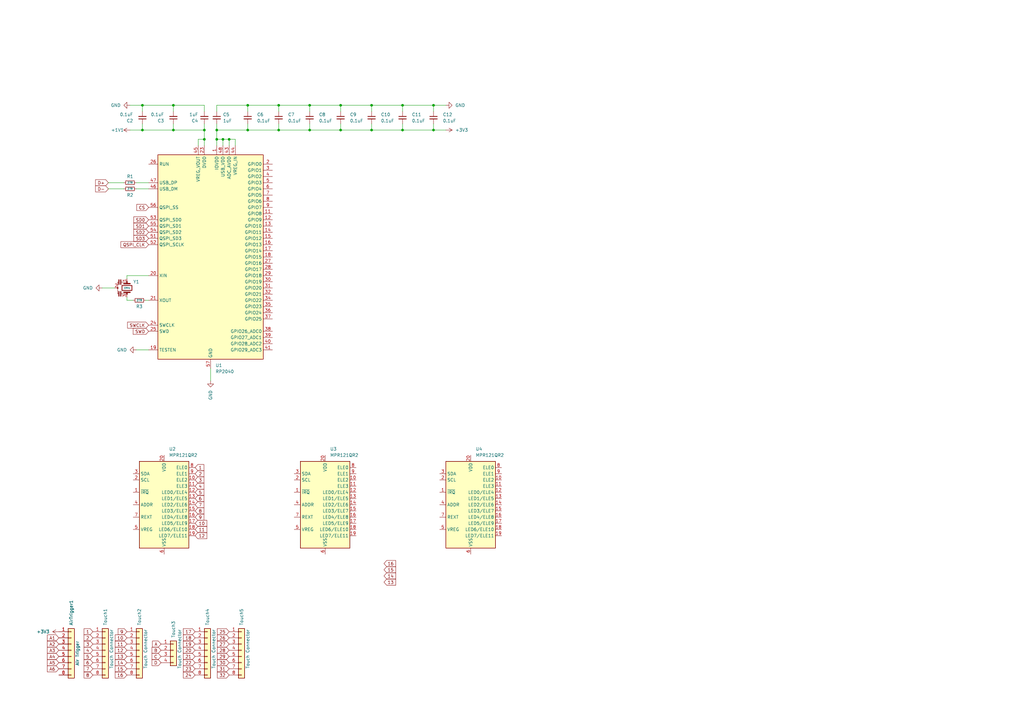
<source format=kicad_sch>
(kicad_sch (version 20211123) (generator eeschema)
  (paper "A3")
  (lib_symbols
    (symbol "Connector_Generic:Conn_01x04" (pin_names (offset 1.016) hide)
      (property "Reference" "J" (at 0 5.08 0))
      (property "Value" "Conn_01x04" (at 0 -7.62 0))
      (symbol "Conn_01x04_1_1"
        (rectangle (start -1.27 -4.953) (end 0 -5.207) (stroke (width 0.1524)))
        (rectangle (start -1.27 -2.413) (end 0 -2.667) (stroke (width 0.1524)))
        (rectangle (start -1.27 0.127) (end 0 -0.127) (stroke (width 0.1524)))
        (rectangle (start -1.27 2.667) (end 0 2.413) (stroke (width 0.1524)))
        (rectangle (start -1.27 3.81) (end 1.27 -6.35) (stroke (width 0.254)) (fill (type background)))
        (pin passive line (at -5.08 2.54 0) (length 3.81) (name "Pin_1") (number "1"))
        (pin passive line (at -5.08 0 0) (length 3.81) (name "Pin_2") (number "2"))
        (pin passive line (at -5.08 -2.54 0) (length 3.81) (name "Pin_3") (number "3"))
        (pin passive line (at -5.08 -5.08 0) (length 3.81) (name "Pin_4") (number "4"))
      )
    )
    (symbol "Connector_Generic:Conn_01x08" (pin_names (offset 1.016) hide)
      (property "Reference" "J" (at 0 10.16 0))
      (property "Value" "Conn_01x08" (at 0 -12.7 0))
      (symbol "Conn_01x08_1_1"
        (rectangle (start -1.27 -10.033) (end 0 -10.287) (stroke (width 0.1524)))
        (rectangle (start -1.27 -7.493) (end 0 -7.747) (stroke (width 0.1524)))
        (rectangle (start -1.27 -4.953) (end 0 -5.207) (stroke (width 0.1524)))
        (rectangle (start -1.27 -2.413) (end 0 -2.667) (stroke (width 0.1524)))
        (rectangle (start -1.27 0.127) (end 0 -0.127) (stroke (width 0.1524)))
        (rectangle (start -1.27 2.667) (end 0 2.413) (stroke (width 0.1524)))
        (rectangle (start -1.27 5.207) (end 0 4.953) (stroke (width 0.1524)))
        (rectangle (start -1.27 7.747) (end 0 7.493) (stroke (width 0.1524)))
        (rectangle (start -1.27 8.89) (end 1.27 -11.43) (stroke (width 0.254)) (fill (type background)))
        (pin passive line (at -5.08 7.62 0) (length 3.81) (name "Pin_1") (number "1"))
        (pin passive line (at -5.08 5.08 0) (length 3.81) (name "Pin_2") (number "2"))
        (pin passive line (at -5.08 2.54 0) (length 3.81) (name "Pin_3") (number "3"))
        (pin passive line (at -5.08 0 0) (length 3.81) (name "Pin_4") (number "4"))
        (pin passive line (at -5.08 -2.54 0) (length 3.81) (name "Pin_5") (number "5"))
        (pin passive line (at -5.08 -5.08 0) (length 3.81) (name "Pin_6") (number "6"))
        (pin passive line (at -5.08 -7.62 0) (length 3.81) (name "Pin_7") (number "7"))
        (pin passive line (at -5.08 -10.16 0) (length 3.81) (name "Pin_8") (number "8"))
      )
    )
    (symbol "Device:C_Small" (pin_numbers hide) (pin_names (offset 0.254) hide)
      (property "Reference" "C" (at 0.254 1.778 0))
      (property "Value" "C_Small" (at 0.254 -2.032 0))
      (symbol "C_Small_0_1"
        (polyline (pts (xy -1.524 -0.508) (xy 1.524 -0.508)) (stroke (width 0.3302)))
        (polyline (pts (xy -1.524 0.508) (xy 1.524 0.508)) (stroke (width 0.3048)))
      )
      (symbol "C_Small_1_1"
        (pin passive line (at 0 2.54 270) (length 2.032) (name "~") (number "1"))
        (pin passive line (at 0 -2.54 90) (length 2.032) (name "~") (number "2"))
      )
    )
    (symbol "Device:R_Small" (pin_numbers hide) (pin_names (offset 0.254) hide)
      (property "Reference" "R" (at 0.762 0.508 0))
      (property "Value" "R_Small" (at 0.762 -1.016 0))
      (symbol "R_Small_0_1"
        (rectangle (start -0.762 1.778) (end 0.762 -1.778) (stroke (width 0.2032)))
      )
      (symbol "R_Small_1_1"
        (pin passive line (at 0 2.54 270) (length 0.762) (name "~") (number "1"))
        (pin passive line (at 0 -2.54 90) (length 0.762) (name "~") (number "2"))
      )
    )
    (symbol "Device:Resonator" (pin_names (offset 1.016) hide)
      (property "Reference" "Y" (at 0 5.715 0))
      (property "Value" "Resonator" (at 0 3.81 0))
      (symbol "Resonator_0_1"
        (rectangle (start -3.429 -3.175) (end -1.397 -3.429) (fill (type outline)))
        (rectangle (start -3.429 -2.413) (end -1.397 -2.667) (fill (type outline)))
        (circle (center -2.413 0) (radius 0.254) (fill (type outline)))
        (rectangle (start -1.016 2.032) (end 1.016 -2.032) (stroke (width 0.3048)))
        (circle (center 0 -3.81) (radius 0.254) (fill (type outline)))
        (polyline (pts (xy -2.413 -2.413) (xy -2.413 0)))
        (polyline (pts (xy -1.905 0) (xy -3.175 0)))
        (polyline (pts (xy -1.778 -1.27) (xy -1.778 1.27)) (stroke (width 0.508)))
        (polyline (pts (xy 1.778 -1.27) (xy 1.778 1.27)) (stroke (width 0.508)))
        (polyline (pts (xy 1.905 0) (xy 2.54 0)))
        (polyline (pts (xy 2.413 0) (xy 2.413 -2.54)))
        (polyline (pts (xy 2.413 -3.302) (xy 2.413 -3.81) (xy -2.413 -3.81) (xy -2.413 -3.302)))
        (rectangle (start 1.397 -3.175) (end 3.429 -3.429) (fill (type outline)))
        (rectangle (start 1.397 -2.413) (end 3.429 -2.667) (fill (type outline)))
        (circle (center 2.413 0) (radius 0.254) (fill (type outline)))
      )
      (symbol "Resonator_1_1"
        (pin passive line (at -3.81 0 0) (length 1.27) (name "1") (number "1"))
        (pin passive line (at 0 -5.08 90) (length 1.27) (name "2") (number "2"))
        (pin passive line (at 3.81 0 180) (length 1.27) (name "3") (number "3"))
      )
    )
    (symbol "MCU_RaspberryPi:RP2040"
      (property "Reference" "U" (at 17.78 45.72 0))
      (property "Value" "RP2040" (at 17.78 43.18 0))
      (symbol "RP2040_0_1"
        (rectangle (start -21.59 41.91) (end 21.59 -41.91) (stroke (width 0.254)) (fill (type background)))
      )
      (symbol "RP2040_1_1"
        (pin power_in line (at 2.54 45.72 270) (length 3.81) (name "IOVDD") (number "1"))
        (pin passive line (at 2.54 45.72 270) (length 3.81) hide (name "IOVDD") (number "10"))
        (pin bidirectional line (at 25.4 17.78 180) (length 3.81) (name "GPIO8") (number "11"))
        (pin bidirectional line (at 25.4 15.24 180) (length 3.81) (name "GPIO9") (number "12"))
        (pin bidirectional line (at 25.4 12.7 180) (length 3.81) (name "GPIO10") (number "13"))
        (pin bidirectional line (at 25.4 10.16 180) (length 3.81) (name "GPIO11") (number "14"))
        (pin bidirectional line (at 25.4 7.62 180) (length 3.81) (name "GPIO12") (number "15"))
        (pin bidirectional line (at 25.4 5.08 180) (length 3.81) (name "GPIO13") (number "16"))
        (pin bidirectional line (at 25.4 2.54 180) (length 3.81) (name "GPIO14") (number "17"))
        (pin bidirectional line (at 25.4 0 180) (length 3.81) (name "GPIO15") (number "18"))
        (pin input line (at -25.4 -38.1 0) (length 3.81) (name "TESTEN") (number "19"))
        (pin bidirectional line (at 25.4 38.1 180) (length 3.81) (name "GPIO0") (number "2"))
        (pin input line (at -25.4 -7.62 0) (length 3.81) (name "XIN") (number "20"))
        (pin passive line (at -25.4 -17.78 0) (length 3.81) (name "XOUT") (number "21"))
        (pin passive line (at 2.54 45.72 270) (length 3.81) hide (name "IOVDD") (number "22"))
        (pin power_in line (at -2.54 45.72 270) (length 3.81) (name "DVDD") (number "23"))
        (pin output line (at -25.4 -27.94 0) (length 3.81) (name "SWCLK") (number "24"))
        (pin bidirectional line (at -25.4 -30.48 0) (length 3.81) (name "SWD") (number "25"))
        (pin input line (at -25.4 38.1 0) (length 3.81) (name "RUN") (number "26"))
        (pin bidirectional line (at 25.4 -2.54 180) (length 3.81) (name "GPIO16") (number "27"))
        (pin bidirectional line (at 25.4 -5.08 180) (length 3.81) (name "GPIO17") (number "28"))
        (pin bidirectional line (at 25.4 -7.62 180) (length 3.81) (name "GPIO18") (number "29"))
        (pin bidirectional line (at 25.4 35.56 180) (length 3.81) (name "GPIO1") (number "3"))
        (pin bidirectional line (at 25.4 -10.16 180) (length 3.81) (name "GPIO19") (number "30"))
        (pin bidirectional line (at 25.4 -12.7 180) (length 3.81) (name "GPIO20") (number "31"))
        (pin bidirectional line (at 25.4 -15.24 180) (length 3.81) (name "GPIO21") (number "32"))
        (pin passive line (at 2.54 45.72 270) (length 3.81) hide (name "IOVDD") (number "33"))
        (pin bidirectional line (at 25.4 -17.78 180) (length 3.81) (name "GPIO22") (number "34"))
        (pin bidirectional line (at 25.4 -20.32 180) (length 3.81) (name "GPIO23") (number "35"))
        (pin bidirectional line (at 25.4 -22.86 180) (length 3.81) (name "GPIO24") (number "36"))
        (pin bidirectional line (at 25.4 -25.4 180) (length 3.81) (name "GPIO25") (number "37"))
        (pin bidirectional line (at 25.4 -30.48 180) (length 3.81) (name "GPIO26_ADC0") (number "38"))
        (pin bidirectional line (at 25.4 -33.02 180) (length 3.81) (name "GPIO27_ADC1") (number "39"))
        (pin bidirectional line (at 25.4 33.02 180) (length 3.81) (name "GPIO2") (number "4"))
        (pin bidirectional line (at 25.4 -35.56 180) (length 3.81) (name "GPIO28_ADC2") (number "40"))
        (pin bidirectional line (at 25.4 -38.1 180) (length 3.81) (name "GPIO29_ADC3") (number "41"))
        (pin passive line (at 2.54 45.72 270) (length 3.81) hide (name "IOVDD") (number "42"))
        (pin power_in line (at 7.62 45.72 270) (length 3.81) (name "ADC_AVDD") (number "43"))
        (pin power_in line (at 10.16 45.72 270) (length 3.81) (name "VREG_IN") (number "44"))
        (pin power_out line (at -5.08 45.72 270) (length 3.81) (name "VREG_VOUT") (number "45"))
        (pin bidirectional line (at -25.4 27.94 0) (length 3.81) (name "USB_DM") (number "46"))
        (pin bidirectional line (at -25.4 30.48 0) (length 3.81) (name "USB_DP") (number "47"))
        (pin power_in line (at 5.08 45.72 270) (length 3.81) (name "USB_VDD") (number "48"))
        (pin passive line (at 2.54 45.72 270) (length 3.81) hide (name "IOVDD") (number "49"))
        (pin bidirectional line (at 25.4 30.48 180) (length 3.81) (name "GPIO3") (number "5"))
        (pin passive line (at -2.54 45.72 270) (length 3.81) hide (name "DVDD") (number "50"))
        (pin bidirectional line (at -25.4 7.62 0) (length 3.81) (name "QSPI_SD3") (number "51"))
        (pin output line (at -25.4 5.08 0) (length 3.81) (name "QSPI_SCLK") (number "52"))
        (pin bidirectional line (at -25.4 15.24 0) (length 3.81) (name "QSPI_SD0") (number "53"))
        (pin bidirectional line (at -25.4 10.16 0) (length 3.81) (name "QSPI_SD2") (number "54"))
        (pin bidirectional line (at -25.4 12.7 0) (length 3.81) (name "QSPI_SD1") (number "55"))
        (pin bidirectional line (at -25.4 20.32 0) (length 3.81) (name "QSPI_SS") (number "56"))
        (pin power_in line (at 0 -45.72 90) (length 3.81) (name "GND") (number "57"))
        (pin bidirectional line (at 25.4 27.94 180) (length 3.81) (name "GPIO4") (number "6"))
        (pin bidirectional line (at 25.4 25.4 180) (length 3.81) (name "GPIO5") (number "7"))
        (pin bidirectional line (at 25.4 22.86 180) (length 3.81) (name "GPIO6") (number "8"))
        (pin bidirectional line (at 25.4 20.32 180) (length 3.81) (name "GPIO7") (number "9"))
      )
    )
    (symbol "Sensor_Touch:MPR121QR2"
      (property "Reference" "U" (at -10.16 19.05 0))
      (property "Value" "MPR121QR2" (at 6.35 19.05 0))
      (symbol "MPR121QR2_0_1"
        (rectangle (start -10.16 17.78) (end 10.16 -17.78) (stroke (width 0.254)) (fill (type background)))
      )
      (symbol "MPR121QR2_1_1"
        (pin open_collector line (at -12.7 5.08 0) (length 2.54) (name "~{IRQ}") (number "1"))
        (pin passive line (at 12.7 10.16 180) (length 2.54) (name "ELE2") (number "10"))
        (pin passive line (at 12.7 7.62 180) (length 2.54) (name "ELE3") (number "11"))
        (pin passive line (at 12.7 5.08 180) (length 2.54) (name "LED0/ELE4") (number "12"))
        (pin passive line (at 12.7 2.54 180) (length 2.54) (name "LED1/ELE5") (number "13"))
        (pin passive line (at 12.7 0 180) (length 2.54) (name "LED2/ELE6") (number "14"))
        (pin passive line (at 12.7 -2.54 180) (length 2.54) (name "LED3/ELE7") (number "15"))
        (pin passive line (at 12.7 -5.08 180) (length 2.54) (name "LED4/ELE8") (number "16"))
        (pin passive line (at 12.7 -7.62 180) (length 2.54) (name "LED5/ELE9") (number "17"))
        (pin passive line (at 12.7 -10.16 180) (length 2.54) (name "LED6/ELE10") (number "18"))
        (pin passive line (at 12.7 -12.7 180) (length 2.54) (name "LED7/ELE11") (number "19"))
        (pin input line (at -12.7 10.16 0) (length 2.54) (name "SCL") (number "2"))
        (pin power_in line (at 0 20.32 270) (length 2.54) (name "VDD") (number "20"))
        (pin bidirectional line (at -12.7 12.7 0) (length 2.54) (name "SDA") (number "3"))
        (pin input line (at -12.7 0 0) (length 2.54) (name "ADDR") (number "4"))
        (pin passive line (at -12.7 -10.16 0) (length 2.54) (name "VREG") (number "5"))
        (pin power_in line (at 0 -20.32 90) (length 2.54) (name "VSS") (number "6"))
        (pin passive line (at -12.7 -5.08 0) (length 2.54) (name "REXT") (number "7"))
        (pin passive line (at 12.7 15.24 180) (length 2.54) (name "ELE0") (number "8"))
        (pin passive line (at 12.7 12.7 180) (length 2.54) (name "ELE1") (number "9"))
      )
    )
    (symbol "power:+1V1" (power) (pin_names (offset 0))
      (property "Value" "+1V1" (at 0 3.556 0))
      (symbol "+1V1_0_1"
        (polyline (pts (xy -0.762 1.27) (xy 0 2.54)))
        (polyline (pts (xy 0 0) (xy 0 2.54)))
        (polyline (pts (xy 0 2.54) (xy 0.762 1.27)))
      )
      (symbol "+1V1_1_1"
        (pin power_in line (at 0 0 90) (length 0) hide (name "+1V1") (number "1"))
      )
    )
    (symbol "power:+3V3" (power) (pin_names (offset 0))
      (property "Value" "+3V3" (at 0 3.556 0))
      (symbol "+3V3_0_1"
        (polyline (pts (xy -0.762 1.27) (xy 0 2.54)))
        (polyline (pts (xy 0 0) (xy 0 2.54)))
        (polyline (pts (xy 0 2.54) (xy 0.762 1.27)))
      )
      (symbol "+3V3_1_1"
        (pin power_in line (at 0 0 90) (length 0) hide (name "+3V3") (number "1"))
      )
    )
    (symbol "power:GND" (power) (pin_names (offset 0))
      (property "Value" "GND" (at 0 -3.81 0))
      (symbol "GND_0_1"
        (polyline (pts (xy 0 0) (xy 0 -1.27) (xy 1.27 -1.27) (xy 0 -2.54) (xy -1.27 -1.27) (xy 0 -1.27)))
      )
      (symbol "GND_1_1"
        (pin power_in line (at 0 0 270) (length 0) hide (name "GND") (number "1"))
      )
    )
  )
  (junction (at 127 53.34))
  (junction (at 177.8 53.34))
  (junction (at 83.82 57.15))
  (junction (at 139.7 53.34))
  (junction (at 101.6 53.34))
  (junction (at 58.42 53.34))
  (junction (at 165.1 43.18))
  (junction (at 139.7 43.18))
  (junction (at 83.82 53.34))
  (junction (at 58.42 43.18))
  (junction (at 88.9 57.15))
  (junction (at 93.98 57.15))
  (junction (at 71.12 53.34))
  (junction (at 127 43.18))
  (junction (at 177.8 43.18))
  (junction (at 71.12 43.18))
  (junction (at 88.9 53.34))
  (junction (at 91.44 57.15))
  (junction (at 114.3 43.18))
  (junction (at 152.4 53.34))
  (junction (at 165.1 53.34))
  (junction (at 152.4 43.18))
  (junction (at 101.6 43.18))
  (junction (at 114.3 53.34))
  (wire (pts (xy 83.82 53.34) (xy 83.82 57.15)))
  (wire (pts (xy 88.9 50.8) (xy 88.9 53.34)))
  (wire (pts (xy 165.1 53.34) (xy 177.8 53.34)))
  (wire (pts (xy 71.12 45.72) (xy 71.12 43.18)))
  (wire (pts (xy 41.91 118.11) (xy 46.99 118.11)))
  (wire (pts (xy 71.12 53.34) (xy 83.82 53.34)))
  (wire (pts (xy 88.9 57.15) (xy 91.44 57.15)))
  (wire (pts (xy 152.4 50.8) (xy 152.4 53.34)))
  (wire (pts (xy 127 43.18) (xy 127 45.72)))
  (wire (pts (xy 52.07 113.03) (xy 60.96 113.03)))
  (wire (pts (xy 91.44 57.15) (xy 91.44 59.69)))
  (wire (pts (xy 96.52 57.15) (xy 96.52 59.69)))
  (wire (pts (xy 83.82 57.15) (xy 83.82 59.69)))
  (wire (pts (xy 93.98 57.15) (xy 93.98 59.69)))
  (wire (pts (xy 165.1 50.8) (xy 165.1 53.34)))
  (wire (pts (xy 58.42 53.34) (xy 71.12 53.34)))
  (wire (pts (xy 139.7 43.18) (xy 139.7 45.72)))
  (wire (pts (xy 58.42 53.34) (xy 58.42 50.8)))
  (wire (pts (xy 152.4 43.18) (xy 165.1 43.18)))
  (wire (pts (xy 114.3 43.18) (xy 114.3 45.72)))
  (wire (pts (xy 53.34 53.34) (xy 58.42 53.34)))
  (wire (pts (xy 114.3 43.18) (xy 101.6 43.18)))
  (wire (pts (xy 139.7 43.18) (xy 127 43.18)))
  (wire (pts (xy 71.12 43.18) (xy 58.42 43.18)))
  (wire (pts (xy 83.82 45.72) (xy 83.82 43.18)))
  (wire (pts (xy 88.9 43.18) (xy 88.9 45.72)))
  (wire (pts (xy 88.9 53.34) (xy 101.6 53.34)))
  (wire (pts (xy 177.8 45.72) (xy 177.8 43.18)))
  (wire (pts (xy 53.34 43.18) (xy 58.42 43.18)))
  (wire (pts (xy 114.3 50.8) (xy 114.3 53.34)))
  (wire (pts (xy 44.45 77.47) (xy 50.8 77.47)))
  (wire (pts (xy 152.4 43.18) (xy 139.7 43.18)))
  (wire (pts (xy 83.82 43.18) (xy 71.12 43.18)))
  (wire (pts (xy 58.42 45.72) (xy 58.42 43.18)))
  (wire (pts (xy 177.8 43.18) (xy 182.88 43.18)))
  (wire (pts (xy 152.4 43.18) (xy 152.4 45.72)))
  (wire (pts (xy 165.1 45.72) (xy 165.1 43.18)))
  (wire (pts (xy 127 43.18) (xy 114.3 43.18)))
  (wire (pts (xy 114.3 53.34) (xy 127 53.34)))
  (wire (pts (xy 59.69 123.19) (xy 60.96 123.19)))
  (wire (pts (xy 93.98 57.15) (xy 96.52 57.15)))
  (wire (pts (xy 139.7 53.34) (xy 152.4 53.34)))
  (wire (pts (xy 55.88 77.47) (xy 60.96 77.47)))
  (wire (pts (xy 101.6 50.8) (xy 101.6 53.34)))
  (wire (pts (xy 139.7 50.8) (xy 139.7 53.34)))
  (wire (pts (xy 177.8 53.34) (xy 177.8 50.8)))
  (wire (pts (xy 101.6 43.18) (xy 88.9 43.18)))
  (wire (pts (xy 127 53.34) (xy 139.7 53.34)))
  (wire (pts (xy 81.28 57.15) (xy 83.82 57.15)))
  (wire (pts (xy 81.28 59.69) (xy 81.28 57.15)))
  (wire (pts (xy 54.61 123.19) (xy 52.07 123.19)))
  (wire (pts (xy 182.88 53.34) (xy 177.8 53.34)))
  (wire (pts (xy 101.6 43.18) (xy 101.6 45.72)))
  (wire (pts (xy 101.6 53.34) (xy 114.3 53.34)))
  (wire (pts (xy 52.07 123.19) (xy 52.07 121.92)))
  (wire (pts (xy 127 50.8) (xy 127 53.34)))
  (wire (pts (xy 165.1 43.18) (xy 177.8 43.18)))
  (wire (pts (xy 86.36 156.21) (xy 86.36 151.13)))
  (wire (pts (xy 55.88 143.51) (xy 60.96 143.51)))
  (wire (pts (xy 91.44 57.15) (xy 93.98 57.15)))
  (wire (pts (xy 88.9 57.15) (xy 88.9 59.69)))
  (wire (pts (xy 152.4 53.34) (xy 165.1 53.34)))
  (wire (pts (xy 88.9 53.34) (xy 88.9 57.15)))
  (wire (pts (xy 55.88 74.93) (xy 60.96 74.93)))
  (wire (pts (xy 83.82 53.34) (xy 83.82 50.8)))
  (wire (pts (xy 71.12 53.34) (xy 71.12 50.8)))
  (wire (pts (xy 44.45 74.93) (xy 50.8 74.93)))
  (wire (pts (xy 52.07 113.03) (xy 52.07 114.3)))
  (global_label "A6" (shape input) (at 24.13 274.32 180) (property "Intersheet References" "${INTERSHEET_REFS}" (effects hide)))
  (global_label "13" (shape input) (at 52.07 269.24 180) (property "Intersheet References" "${INTERSHEET_REFS}" (effects hide)))
  (global_label "6" (shape input) (at 38.1 271.78 180) (property "Intersheet References" "${INTERSHEET_REFS}" (effects hide)))
  (global_label "C" (shape input) (at 66.04 269.24 180) (property "Intersheet References" "${INTERSHEET_REFS}" (effects hide)))
  (global_label "D-" (shape input) (at 44.45 77.47 180) (property "Intersheet References" "${INTERSHEET_REFS}" (effects hide)))
  (global_label "4" (shape input) (at 80.01 199.39 0) (property "Intersheet References" "${INTERSHEET_REFS}" (effects hide)))
  (global_label "3" (shape input) (at 80.01 196.85 0) (property "Intersheet References" "${INTERSHEET_REFS}" (effects hide)))
  (global_label "A4" (shape input) (at 24.13 269.24 180) (property "Intersheet References" "${INTERSHEET_REFS}" (effects hide)))
  (global_label "20" (shape input) (at 80.01 266.7 180) (property "Intersheet References" "${INTERSHEET_REFS}" (effects hide)))
  (global_label "CS" (shape input) (at 60.96 85.09 180) (property "Intersheet References" "${INTERSHEET_REFS}" (effects hide)))
  (global_label "12" (shape input) (at 80.01 219.71 0) (property "Intersheet References" "${INTERSHEET_REFS}" (effects hide)))
  (global_label "7" (shape input) (at 80.01 207.01 0) (property "Intersheet References" "${INTERSHEET_REFS}" (effects hide)))
  (global_label "11" (shape input) (at 80.01 217.17 0) (property "Intersheet References" "${INTERSHEET_REFS}" (effects hide)))
  (global_label "9" (shape input) (at 52.07 259.08 180) (property "Intersheet References" "${INTERSHEET_REFS}" (effects hide)))
  (global_label "10" (shape input) (at 52.07 261.62 180) (property "Intersheet References" "${INTERSHEET_REFS}" (effects hide)))
  (global_label "29" (shape input) (at 93.98 269.24 180) (property "Intersheet References" "${INTERSHEET_REFS}" (effects hide)))
  (global_label "A1" (shape input) (at 24.13 261.62 180) (property "Intersheet References" "${INTERSHEET_REFS}" (effects hide)))
  (global_label "16" (shape input) (at 52.07 276.86 180) (property "Intersheet References" "${INTERSHEET_REFS}" (effects hide)))
  (global_label "18" (shape input) (at 80.01 261.62 180) (property "Intersheet References" "${INTERSHEET_REFS}" (effects hide)))
  (global_label "7" (shape input) (at 38.1 274.32 180) (property "Intersheet References" "${INTERSHEET_REFS}" (effects hide)))
  (global_label "24" (shape input) (at 80.01 276.86 180) (property "Intersheet References" "${INTERSHEET_REFS}" (effects hide)))
  (global_label "A" (shape input) (at 66.04 264.16 180) (property "Intersheet References" "${INTERSHEET_REFS}" (effects hide)))
  (global_label "14" (shape input) (at 52.07 271.78 180) (property "Intersheet References" "${INTERSHEET_REFS}" (effects hide)))
  (global_label "B" (shape input) (at 66.04 266.7 180) (property "Intersheet References" "${INTERSHEET_REFS}" (effects hide)))
  (global_label "SD1" (shape input) (at 60.96 92.71 180) (property "Intersheet References" "${INTERSHEET_REFS}" (effects hide)))
  (global_label "SD2" (shape input) (at 60.96 95.25 180) (property "Intersheet References" "${INTERSHEET_REFS}" (effects hide)))
  (global_label "10" (shape input) (at 80.01 214.63 0) (property "Intersheet References" "${INTERSHEET_REFS}" (effects hide)))
  (global_label "5" (shape input) (at 80.01 201.93 0) (property "Intersheet References" "${INTERSHEET_REFS}" (effects hide)))
  (global_label "19" (shape input) (at 80.01 264.16 180) (property "Intersheet References" "${INTERSHEET_REFS}" (effects hide)))
  (global_label "6" (shape input) (at 80.01 204.47 0) (property "Intersheet References" "${INTERSHEET_REFS}" (effects hide)))
  (global_label "17" (shape input) (at 80.01 259.08 180) (property "Intersheet References" "${INTERSHEET_REFS}" (effects hide)))
  (global_label "QSPI_CLK" (shape input) (at 60.96 100.33 180) (property "Intersheet References" "${INTERSHEET_REFS}" (effects hide)))
  (global_label "30" (shape input) (at 93.98 271.78 180) (property "Intersheet References" "${INTERSHEET_REFS}" (effects hide)))
  (global_label "1" (shape input) (at 38.1 259.08 180) (property "Intersheet References" "${INTERSHEET_REFS}" (effects hide)))
  (global_label "25" (shape input) (at 93.98 259.08 180) (property "Intersheet References" "${INTERSHEET_REFS}" (effects hide)))
  (global_label "A2" (shape input) (at 24.13 264.16 180) (property "Intersheet References" "${INTERSHEET_REFS}" (effects hide)))
  (global_label "D+" (shape input) (at 44.45 74.93 180) (property "Intersheet References" "${INTERSHEET_REFS}" (effects hide)))
  (global_label "4" (shape input) (at 38.1 266.7 180) (property "Intersheet References" "${INTERSHEET_REFS}" (effects hide)))
  (global_label "SWCLK" (shape input) (at 60.96 133.35 180) (property "Intersheet References" "${INTERSHEET_REFS}" (effects hide)))
  (global_label "1" (shape input) (at 80.01 191.77 0) (property "Intersheet References" "${INTERSHEET_REFS}" (effects hide)))
  (global_label "A3" (shape input) (at 24.13 266.7 180) (property "Intersheet References" "${INTERSHEET_REFS}" (effects hide)))
  (global_label "D" (shape input) (at 66.04 271.78 180) (property "Intersheet References" "${INTERSHEET_REFS}" (effects hide)))
  (global_label "SWD" (shape input) (at 60.96 135.89 180) (property "Intersheet References" "${INTERSHEET_REFS}" (effects hide)))
  (global_label "27" (shape input) (at 93.98 264.16 180) (property "Intersheet References" "${INTERSHEET_REFS}" (effects hide)))
  (global_label "12" (shape input) (at 52.07 266.7 180) (property "Intersheet References" "${INTERSHEET_REFS}" (effects hide)))
  (global_label "32" (shape input) (at 93.98 276.86 180) (property "Intersheet References" "${INTERSHEET_REFS}" (effects hide)))
  (global_label "23" (shape input) (at 80.01 274.32 180) (property "Intersheet References" "${INTERSHEET_REFS}" (effects hide)))
  (global_label "3" (shape input) (at 38.1 264.16 180) (property "Intersheet References" "${INTERSHEET_REFS}" (effects hide)))
  (global_label "5" (shape input) (at 38.1 269.24 180) (property "Intersheet References" "${INTERSHEET_REFS}" (effects hide)))
  (global_label "21" (shape input) (at 80.01 269.24 180) (property "Intersheet References" "${INTERSHEET_REFS}" (effects hide)))
  (global_label "11" (shape input) (at 52.07 264.16 180) (property "Intersheet References" "${INTERSHEET_REFS}" (effects hide)))
  (global_label "14" (shape input) (at 157.48 236.22 0) (property "Intersheet References" "${INTERSHEET_REFS}" (effects hide)))
  (global_label "SD0" (shape input) (at 60.96 90.17 180) (property "Intersheet References" "${INTERSHEET_REFS}" (effects hide)))
  (global_label "2" (shape input) (at 38.1 261.62 180) (property "Intersheet References" "${INTERSHEET_REFS}" (effects hide)))
  (global_label "16" (shape input) (at 157.48 231.14 0) (property "Intersheet References" "${INTERSHEET_REFS}" (effects hide)))
  (global_label "15" (shape input) (at 157.48 233.68 0) (property "Intersheet References" "${INTERSHEET_REFS}" (effects hide)))
  (global_label "15" (shape input) (at 52.07 274.32 180) (property "Intersheet References" "${INTERSHEET_REFS}" (effects hide)))
  (global_label "9" (shape input) (at 80.01 212.09 0) (property "Intersheet References" "${INTERSHEET_REFS}" (effects hide)))
  (global_label "8" (shape input) (at 80.01 209.55 0) (property "Intersheet References" "${INTERSHEET_REFS}" (effects hide)))
  (global_label "22" (shape input) (at 80.01 271.78 180) (property "Intersheet References" "${INTERSHEET_REFS}" (effects hide)))
  (global_label "28" (shape input) (at 93.98 266.7 180) (property "Intersheet References" "${INTERSHEET_REFS}" (effects hide)))
  (global_label "SD3" (shape input) (at 60.96 97.79 180) (property "Intersheet References" "${INTERSHEET_REFS}" (effects hide)))
  (global_label "26" (shape input) (at 93.98 261.62 180) (property "Intersheet References" "${INTERSHEET_REFS}" (effects hide)))
  (global_label "31" (shape input) (at 93.98 274.32 180) (property "Intersheet References" "${INTERSHEET_REFS}" (effects hide)))
  (global_label "8" (shape input) (at 38.1 276.86 180) (property "Intersheet References" "${INTERSHEET_REFS}" (effects hide)))
  (global_label "A5" (shape input) (at 24.13 271.78 180) (property "Intersheet References" "${INTERSHEET_REFS}" (effects hide)))
  (global_label "2" (shape input) (at 80.01 194.31 0) (property "Intersheet References" "${INTERSHEET_REFS}" (effects hide)))
  (global_label "13" (shape input) (at 157.48 238.76 0) (property "Intersheet References" "${INTERSHEET_REFS}" (effects hide)))
  (symbol (lib_id "Device:R_Small") (at 53.34 77.47 270) (unit 1)
    (property "Reference" "R2" (at 53.34 80.01 90))
    (property "Value" "27R" (at 53.34 77.47 90) (effects (font (size 0.75 0.75))))
    (property "Footprint" "sanproject-keyboard-part-v6:R_0402" (effects hide))
  )
  (symbol (lib_id "power:GND") (at 86.36 156.21 0) (unit 1)
    (property "Reference" "#PWR0107" (effects hide))
    (property "Value" "GND" (at 86.3599 160.02 90) (effects (justify right)))
  )
  (symbol (lib_id "Device:C_Small") (at 83.82 48.26 180) (unit 1)
    (property "Reference" "C4" (at 81.28 49.5238 0) (effects (justify left)))
    (property "Value" "1uF" (at 81.28 46.9838 0) (effects (justify left)))
    (property "Footprint" "sanproject-keyboard-part-v6:C_0402" (effects hide))
  )
  (symbol (lib_id "Device:R_Small") (at 57.15 123.19 270) (unit 1)
    (property "Reference" "R3" (at 57.15 125.73 90))
    (property "Value" "27R" (at 57.15 123.19 90) (effects (font (size 0.75 0.75))))
    (property "Footprint" "sanproject-keyboard-part-v6:R_0402" (effects hide))
  )
  (symbol (lib_id "power:GND") (at 182.88 43.18 90) (unit 1)
    (property "Reference" "#PWR0105" (effects hide))
    (property "Value" "GND" (at 186.69 43.1799 90) (effects (justify right)))
  )
  (symbol (lib_id "Connector_Generic:Conn_01x08") (at 57.15 266.7 0) (unit 1)
    (property "Reference" "Touch2" (at 57.15 256.54 90) (effects (justify left)))
    (property "Value" "Touch Connector" (at 59.69 274.32 90) (effects (justify left)))
    (property "Footprint" "Connector_JST:JST_XH_S8B-XH-A-1_1x08_P2.50mm_Horizontal" (effects hide))
  )
  (symbol (lib_id "Device:C_Small") (at 139.7 48.26 0) (unit 1)
    (property "Reference" "C9" (at 143.51 46.9962 0) (effects (justify left)))
    (property "Value" "0.1uF" (at 143.51 49.5362 0) (effects (justify left)))
    (property "Footprint" "sanproject-keyboard-part-v6:C_0402" (effects hide))
  )
  (symbol (lib_id "power:+1V1") (at 53.34 53.34 90) (unit 1)
    (property "Reference" "#PWR0102" (effects hide))
    (property "Value" "+1V1" (at 50.8 53.3399 90) (effects (justify left)))
  )
  (symbol (lib_id "Sensor_Touch:MPR121QR2") (at 67.31 207.01 0) (unit 1)
    (property "Reference" "U2" (at 69.3294 184.15 0) (effects (justify left)))
    (property "Value" "MPR121QR2" (at 69.3294 186.69 0) (effects (justify left)))
    (property "Footprint" "Package_DFN_QFN:UQFN-20_3x3mm_P0.4mm" (effects hide))
    (property "Datasheet" "https://resurgentsemi.com/wp-content/uploads/2018/09/MPR121_rev5-Resurgent.pdf?d453f8&d453f8" (effects hide))
  )
  (symbol (lib_id "Sensor_Touch:MPR121QR2") (at 133.35 207.01 0) (unit 1)
    (property "Reference" "U3" (at 135.3694 184.15 0) (effects (justify left)))
    (property "Value" "MPR121QR2" (at 135.3694 186.69 0) (effects (justify left)))
    (property "Footprint" "Package_DFN_QFN:UQFN-20_3x3mm_P0.4mm" (effects hide))
    (property "Datasheet" "https://resurgentsemi.com/wp-content/uploads/2018/09/MPR121_rev5-Resurgent.pdf?d453f8&d453f8" (effects hide))
  )
  (symbol (lib_id "Device:R_Small") (at 53.34 74.93 90) (unit 1)
    (property "Reference" "R1" (at 53.34 72.39 90))
    (property "Value" "27R" (at 53.34 74.93 90) (effects (font (size 0.75 0.75))))
    (property "Footprint" "sanproject-keyboard-part-v6:R_0402" (effects hide))
  )
  (symbol (lib_id "Connector_Generic:Conn_01x08") (at 43.18 266.7 0) (unit 1)
    (property "Reference" "Touch1" (at 43.18 256.54 90) (effects (justify left)))
    (property "Value" "Touch Connector" (at 45.72 274.32 90) (effects (justify left)))
    (property "Footprint" "Connector_JST:JST_XH_S8B-XH-A-1_1x08_P2.50mm_Horizontal" (effects hide))
  )
  (symbol (lib_id "Connector_Generic:Conn_01x08") (at 29.21 266.7 0) (unit 1)
    (property "Reference" "AirTrigger1" (at 29.21 256.54 90) (effects (justify left)))
    (property "Value" "Air Trigger" (at 31.75 273.05 90) (effects (justify left)))
    (property "Footprint" "Connector_JST:JST_XH_S8B-XH-A-1_1x08_P2.50mm_Horizontal" (effects hide))
  )
  (symbol (lib_id "Connector_Generic:Conn_01x08") (at 99.06 266.7 0) (unit 1)
    (property "Reference" "Touch5" (at 99.06 256.54 90) (effects (justify left)))
    (property "Value" "Touch Connector" (at 101.6 274.32 90) (effects (justify left)))
    (property "Footprint" "Connector_JST:JST_XH_S8B-XH-A-1_1x08_P2.50mm_Horizontal" (effects hide))
  )
  (symbol (lib_id "MCU_RaspberryPi:RP2040") (at 86.36 105.41 0) (unit 1)
    (property "Reference" "U1" (at 88.3794 149.86 0) (effects (justify left)))
    (property "Value" "RP2040" (at 88.3794 152.4 0) (effects (justify left)))
    (property "Footprint" "MX_Solder_SawnsProjects_v2:RP2040-QFN-56" (effects hide))
    (property "Datasheet" "https://datasheets.raspberrypi.com/rp2040/rp2040-datasheet.pdf" (effects hide))
  )
  (symbol (lib_id "power:+3V3") (at 24.13 259.08 90) (unit 1)
    (property "Reference" "#PWR0101" (effects hide))
    (property "Value" "+3V3" (at 20.32 259.0799 90) (effects (justify left)))
  )
  (symbol (lib_id "Device:C_Small") (at 152.4 48.26 0) (unit 1)
    (property "Reference" "C10" (at 156.21 46.9962 0) (effects (justify left)))
    (property "Value" "0.1uF" (at 156.21 49.5362 0) (effects (justify left)))
    (property "Footprint" "sanproject-keyboard-part-v6:C_0402" (effects hide))
  )
  (symbol (lib_id "Connector_Generic:Conn_01x08") (at 85.09 266.7 0) (unit 1)
    (property "Reference" "Touch4" (at 85.09 256.54 90) (effects (justify left)))
    (property "Value" "Touch Connector" (at 87.63 274.32 90) (effects (justify left)))
    (property "Footprint" "Connector_JST:JST_XH_S8B-XH-A-1_1x08_P2.50mm_Horizontal" (effects hide))
  )
  (symbol (lib_id "Device:C_Small") (at 88.9 48.26 0) (unit 1)
    (property "Reference" "C5" (at 91.44 46.9962 0) (effects (justify left)))
    (property "Value" "1uF" (at 91.44 49.5362 0) (effects (justify left)))
    (property "Footprint" "sanproject-keyboard-part-v6:C_0402" (effects hide))
  )
  (symbol (lib_id "Device:C_Small") (at 101.6 48.26 0) (unit 1)
    (property "Reference" "C6" (at 105.41 46.9962 0) (effects (justify left)))
    (property "Value" "0.1uF" (at 105.41 49.5362 0) (effects (justify left)))
    (property "Footprint" "sanproject-keyboard-part-v6:C_0402" (effects hide))
  )
  (symbol (lib_id "power:GND") (at 53.34 43.18 270) (unit 1)
    (property "Reference" "#PWR0103" (effects hide))
    (property "Value" "GND" (at 49.53 43.1799 90) (effects (justify right)))
  )
  (symbol (lib_id "Device:C_Small") (at 58.42 48.26 180) (unit 1)
    (property "Reference" "C2" (at 54.61 49.5238 0) (effects (justify left)))
    (property "Value" "0.1uF" (at 54.61 46.9838 0) (effects (justify left)))
    (property "Footprint" "sanproject-keyboard-part-v6:C_0402" (effects hide))
  )
  (symbol (lib_id "Device:C_Small") (at 177.8 48.26 0) (unit 1)
    (property "Reference" "C12" (at 181.61 46.9962 0) (effects (justify left)))
    (property "Value" "0.1uF" (at 181.61 49.5362 0) (effects (justify left)))
    (property "Footprint" "sanproject-keyboard-part-v6:C_0402" (effects hide))
  )
  (symbol (lib_id "Device:C_Small") (at 127 48.26 0) (unit 1)
    (property "Reference" "C8" (at 130.81 46.9962 0) (effects (justify left)))
    (property "Value" "0.1uF" (at 130.81 49.5362 0) (effects (justify left)))
    (property "Footprint" "sanproject-keyboard-part-v6:C_0402" (effects hide))
  )
  (symbol (lib_id "Device:C_Small") (at 165.1 48.26 0) (unit 1)
    (property "Reference" "C11" (at 168.91 46.9962 0) (effects (justify left)))
    (property "Value" "0.1uF" (at 168.91 49.5362 0) (effects (justify left)))
    (property "Footprint" "sanproject-keyboard-part-v6:C_0402" (effects hide))
  )
  (symbol (lib_id "Sensor_Touch:MPR121QR2") (at 193.04 207.01 0) (unit 1)
    (property "Reference" "U4" (at 195.0594 184.15 0) (effects (justify left)))
    (property "Value" "MPR121QR2" (at 195.0594 186.69 0) (effects (justify left)))
    (property "Footprint" "Package_DFN_QFN:UQFN-20_3x3mm_P0.4mm" (effects hide))
    (property "Datasheet" "https://resurgentsemi.com/wp-content/uploads/2018/09/MPR121_rev5-Resurgent.pdf?d453f8&d453f8" (effects hide))
  )
  (symbol (lib_id "Device:Resonator") (at 52.07 118.11 270) (unit 1)
    (property "Reference" "Y1" (at 54.61 115.57 90) (effects (justify left)))
    (property "Value" "12MHz" (at 50.8 118.11 90) (effects (font (size 0.5 0.5)) (justify left)))
  )
  (symbol (lib_id "Device:C_Small") (at 71.12 48.26 180) (unit 1)
    (property "Reference" "C3" (at 67.31 49.5238 0) (effects (justify left)))
    (property "Value" "0.1uF" (at 67.31 46.9838 0) (effects (justify left)))
    (property "Footprint" "sanproject-keyboard-part-v6:C_0402" (effects hide))
  )
  (symbol (lib_id "Device:C_Small") (at 114.3 48.26 0) (unit 1)
    (property "Reference" "C7" (at 118.11 46.9962 0) (effects (justify left)))
    (property "Value" "0.1uF" (at 118.11 49.5362 0) (effects (justify left)))
    (property "Footprint" "sanproject-keyboard-part-v6:C_0402" (effects hide))
  )
  (symbol (lib_id "power:GND") (at 55.88 143.51 270) (unit 1)
    (property "Reference" "#PWR0108" (effects hide))
    (property "Value" "GND" (at 52.07 143.5099 90) (effects (justify right)))
  )
  (symbol (lib_id "power:GND") (at 41.91 118.11 270) (unit 1)
    (property "Reference" "#PWR0106" (effects hide))
    (property "Value" "GND" (at 38.1 118.1099 90) (effects (justify right)))
  )
  (symbol (lib_id "power:+3V3") (at 182.88 53.34 270) (unit 1)
    (property "Reference" "#PWR0104" (effects hide))
    (property "Value" "+3V3" (at 186.69 53.3399 90) (effects (justify left)))
  )
  (symbol (lib_id "Connector_Generic:Conn_01x04") (at 71.12 266.7 0) (unit 1)
    (property "Reference" "Touch3" (at 71.12 261.62 90) (effects (justify left)))
    (property "Value" "Touch Connector" (at 73.66 274.32 90) (effects (justify left)))
    (property "Footprint" "Connector_JST:JST_XH_S5B-XH-A-1_1x05_P2.50mm_Horizontal" (effects hide))
  )
)
</source>
